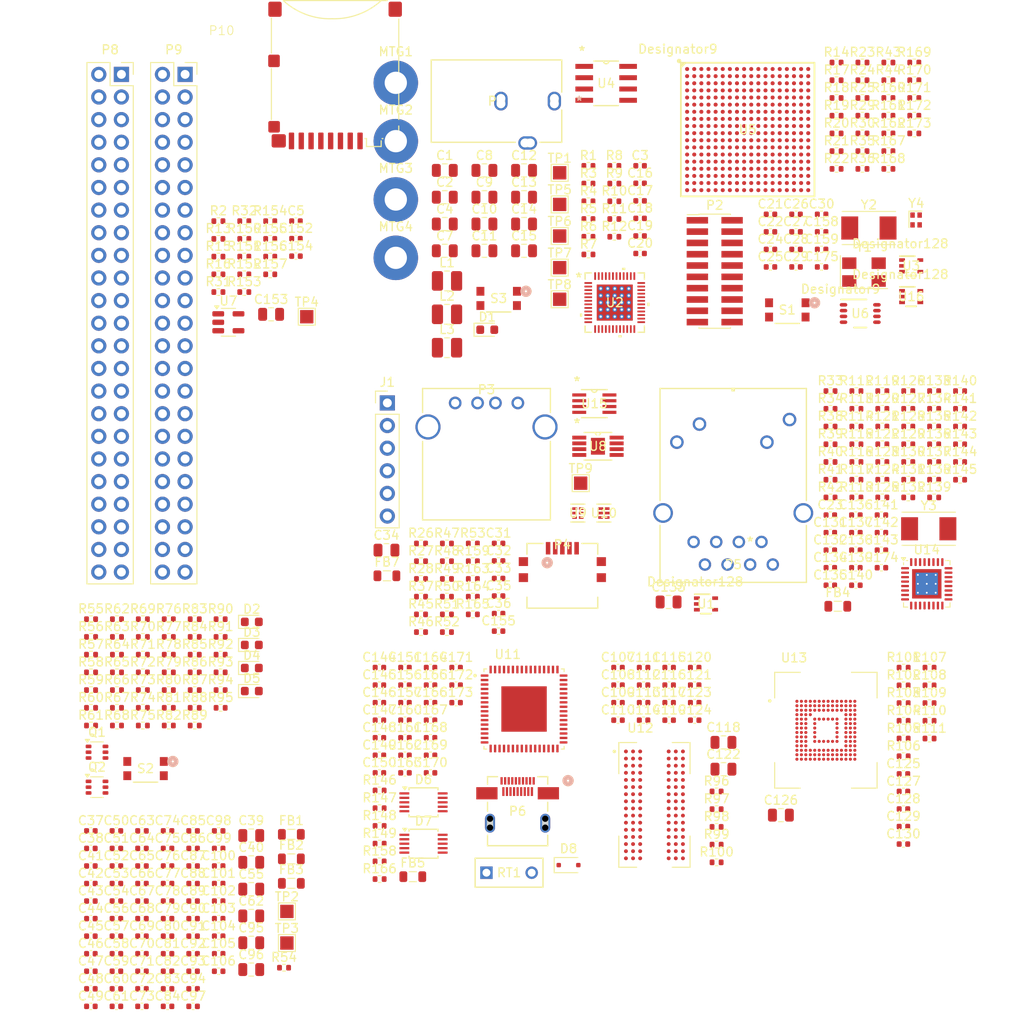
<source format=kicad_pcb>
(kicad_pcb (version 20240108) (generator "pcbnew") (generator_version "8.0")
  (layers (0 "F.Cu" signal) (31 "B.Cu" signal) (34 "B.Paste" user) (35 "F.Paste" user) (36 "B.SilkS" user "B.Silkscreen") (37 "F.SilkS" user "F.Silkscreen") (38 "B.Mask" user) (39 "F.Mask" user) (44 "Edge.Cuts" user))
  (net 0 "")
  (net 1 "GND")
  (net 2 "USB_DC")
  (net 3 "VDD_5V")
  (net 4 "Net-(U2A-INT_LDO)")
  (net 5 "Net-(U2A-BYPASS)")
  (net 6 "/Expansion Headers, uSD and EEPROM/SD_CLK")
  (net 7 "SYS_5V")
  (net 8 "VDDS_DDR")
  (net 9 "VDD_CORE")
  (net 10 "VDD_MPU")
  (net 11 "VDD_1V8")
  (net 12 "VDD_3V3A")
  (net 13 "VRTC")
  (net 14 "VDD_3V3AUX")
  (net 15 "Net-(U4-ADJ{slash}BYP)")
  (net 16 "VDD_3V3B")
  (net 17 "Net-(U5A-RTC_XTALIN)")
  (net 18 "Net-(U5A-VSS_RTC)")
  (net 19 "Net-(U5A-RTC_XTALOUT)")
  (net 20 "SYS_RESETn")
  (net 21 "GND_OSC0")
  (net 22 "Net-(U5A-XTALIN)")
  (net 23 "Net-(U5A-XTALOUT)")
  (net 24 "DDR_VREF")
  (net 25 "GNDA_ADC")
  (net 26 "/CPU2, USB AND Serial/VREFP_ADC")
  (net 27 "Net-(U9-Vbus)")
  (net 28 "VDD_PLL")
  (net 29 "VDDS")
  (net 30 "/CPU3/CAP_VDD_SRAM_CORE")
  (net 31 "/CPU3/CAP_VDD_SRAM_MPU")
  (net 32 "/CPU3/CAP_VBB_MPU")
  (net 33 "VDD_ADC")
  (net 34 "/CPU3/VDD_RTC")
  (net 35 "/eMMC/eMMC_VCCI")
  (net 36 "VDD_PHYA")
  (net 37 "/Ethernet/PHY_VDDCR")
  (net 38 "/Ethernet/RXP")
  (net 39 "/Ethernet/RXN")
  (net 40 "/Ethernet/TXP")
  (net 41 "/Ethernet/TXN")
  (net 42 "/Ethernet/TCT_RCT")
  (net 43 "/Ethernet/PHYX")
  (net 44 "/Ethernet/PHY_XTAL1")
  (net 45 "HDMI_1V8")
  (net 46 "LCD_DATA15")
  (net 47 "LCD_DATA14")
  (net 48 "LCD_DATA13")
  (net 49 "LCD_DATA12")
  (net 50 "LCD_DATA11")
  (net 51 "LCD_DATA10")
  (net 52 "LCD_DATA9")
  (net 53 "LCD_DATA8")
  (net 54 "LCD_DATA7")
  (net 55 "LCD_DATA6")
  (net 56 "LCD_DATA5")
  (net 57 "LCD_DATA4")
  (net 58 "LCD_DATA3")
  (net 59 "LCD_DATA1")
  (net 60 "LCD_DATA2")
  (net 61 "LCD_DATA0")
  (net 62 "/Ethernet/ETH_RESETn")
  (net 63 "MMC1_CLK")
  (net 64 "/Power Management/PWR_LEDR")
  (net 65 "/LED, Configuration And Reset/LEDAA")
  (net 66 "/LED, Configuration And Reset/LEDAC")
  (net 67 "/LED, Configuration And Reset/LEDBA")
  (net 68 "/LED, Configuration And Reset/LEDBC")
  (net 69 "/LED, Configuration And Reset/LEDCA")
  (net 70 "/LED, Configuration And Reset/LEDCC")
  (net 71 "/LED, Configuration And Reset/LEDDA")
  (net 72 "/LED, Configuration And Reset/LEDDC")
  (net 73 "/HDMI Interface/HDMI_TX0-")
  (net 74 "/HDMI Interface/HDMI_TXC-")
  (net 76 "/HDMI Interface/HDMI_TX0+")
  (net 79 "/HDMI Interface/HDMI_TXC+")
  (net 82 "/HDMI Interface/HDMI_TX2-")
  (net 84 "/HDMI Interface/HDMI_TX1+")
  (net 86 "/HDMI Interface/HDMI_TX2+")
  (net 87 "/HDMI Interface/HDMI_TX1-")
  (net 89 "Net-(D8-A)")
  (net 90 "/HDMI Interface/HDMI_CEC")
  (net 91 "/CPU2, USB AND Serial/VBUS")
  (net 92 "/CPU2, USB AND Serial/B_UART0_RX")
  (net 93 "/CPU2, USB AND Serial/B_UART0_TX")
  (net 97 "/Power Management/VDCDC1")
  (net 98 "/Power Management/P_L1")
  (net 99 "/Power Management/P_L2")
  (net 100 "/Power Management/P_L3")
  (net 101 "Earth")
  (net 102 "CLKOUT2")
  (net 103 "/CPU1 And JTAG/JTAG_TMS")
  (net 104 "/CPU1 And JTAG/JTAG_TCK")
  (net 105 "/CPU1 And JTAG/JTAG_EMU1")
  (net 106 "MMC0_CD")
  (net 107 "/CPU1 And JTAG/JTAG_TDI")
  (net 108 "/CPU1 And JTAG/JTAG_EMU0")
  (net 110 "/CPU1 And JTAG/JTAG_TDO")
  (net 111 "/CPU1 And JTAG/JTAG_TRSTn")
  (net 112 "/CPU1 And JTAG/XDMA_EVENT_INTRO")
  (net 113 "/CPU2, USB AND Serial/USB1_DM")
  (net 114 "/CPU2, USB AND Serial/USB1_DP")
  (net 115 "/CPU2, USB AND Serial/USB0_ID")
  (net 116 "/CPU2, USB AND Serial/USB0_DM")
  (net 117 "/CPU2, USB AND Serial/USB0_DP")
  (net 119 "/Ethernet/GRNA")
  (net 120 "/Ethernet/YEL_C")
  (net 121 "/Ethernet/YELA")
  (net 122 "/Ethernet/GRN_C")
  (net 123 "/HDMI Interface/DVI_+5V")
  (net 125 "/HDMI Interface/HDMI_DSCL")
  (net 126 "/HDMI Interface/HDMI_HPD")
  (net 127 "/HDMI Interface/HDMI_DSDA")
  (net 128 "MMC1_CMD")
  (net 129 "EHRPWM2A")
  (net 130 "GPIO2_1")
  (net 131 "TIMER7")
  (net 132 "LCD_HSYNC")
  (net 133 "MMC1_DAT2")
  (net 134 "GPIO1_14")
  (net 135 "MMC1_DAT5")
  (net 136 "TIMER4")
  (net 137 "LCD_DE")
  (net 138 "TIMER5")
  (net 139 "LCD_PCLK")
  (net 140 "TIMER6")
  (net 141 "EHRPWM2B")
  (net 142 "MMC1_DAT3")
  (net 143 "MMC1_DAT1")
  (net 144 "GPIO1_15")
  (net 145 "LCD_VSYNC")
  (net 146 "GPIO1_12")
  (net 147 "MMC1_DAT0")
  (net 148 "MMC1_DAT4")
  (net 149 "GPIO0_26")
  (net 150 "GPIO0_27")
  (net 151 "GPIO1_29")
  (net 152 "MMC1_DAT6")
  (net 153 "MMC1_DAT7")
  (net 154 "GPIO1_13")
  (net 155 "UART1_RXD")
  (net 156 "AIN1")
  (net 157 "I2C2_SCL")
  (net 158 "I2C1_SDA")
  (net 159 "AIN3")
  (net 160 "POWER_BUT")
  (net 161 "UART2_RXD")
  (net 162 "GPIO3_21")
  (net 163 "GPIO3_19")
  (net 164 "I2C1_SCL")
  (net 165 "UART4_RXD")
  (net 166 "AIN6")
  (net 167 "SPI1_SCLK")
  (net 168 "I2C2_SDA")
  (net 169 "AIN2")
  (net 170 "AIN4")
  (net 171 "UART2_TXD")
  (net 172 "AIN0")
  (net 173 "EHRPWM1B")
  (net 174 "EHRPWM1A")
  (net 175 "AIN5")
  (net 176 "GPIO1_17")
  (net 177 "GPIO0_7")
  (net 178 "GPIO1_28")
  (net 179 "UART1_TXD")
  (net 180 "SPI1_D0")
  (net 181 "SPI1_D1")
  (net 182 "SPI1_CS0")
  (net 183 "GPIO1_16")
  (net 184 "UART4_TXD")
  (net 185 "/Expansion Headers, uSD and EEPROM/SD_DAT2")
  (net 186 "/Expansion Headers, uSD and EEPROM/SD_DAT3")
  (net 187 "/Expansion Headers, uSD and EEPROM/SD_DAT0")
  (net 189 "/Expansion Headers, uSD and EEPROM/SD_DAT1")
  (net 190 "/Expansion Headers, uSD and EEPROM/SD_CMD")
  (net 191 "USR0")
  (net 192 "USR1")
  (net 193 "USR2")
  (net 194 "USR3")
  (net 195 "PMIC_INT")
  (net 196 "MMC0_DAT2")
  (net 197 "I2C0_SCL")
  (net 198 "I2C0_SDA")
  (net 199 "/Power Management/VLDO1")
  (net 200 "VIO")
  (net 201 "MMC0_DAT3")
  (net 202 "MMC0_CMD")
  (net 203 "MMC0_CLKO")
  (net 204 "/CPU1 And JTAG/PROC_A15")
  (net 205 "/CPU1 And JTAG/CLKOUT_SRC")
  (net 206 "GPIO3_20")
  (net 207 "Net-(U6-Q)")
  (net 208 "12MHZ")
  (net 209 "/CPU1 And JTAG/DDR_VTP")
  (net 210 "WAKEUP")
  (net 211 "MII1_REFCLK")
  (net 212 "Net-(U5B-RMII1_REF_CLK)")
  (net 213 "MMC0_DAT1")
  (net 214 "MMC0_DAT0")
  (net 215 "ETH_RST_GPIO1_8")
  (net 216 "/CPU1 And JTAG/AM3_MMC1_CLK")
  (net 217 "/CPU1 And JTAG/AM3_MMC2_CMD")
  (net 218 "Net-(U5B-USB1_VBUS)")
  (net 219 "MII1_TXEN")
  (net 220 "/Ethernet/TXEN")
  (net 221 "MII1_TXD0")
  (net 222 "/Ethernet/TXD0")
  (net 223 "MII1_TXD1")
  (net 224 "/Ethernet/TXD1")
  (net 225 "MII1_TXD2")
  (net 226 "/Ethernet/TXD2")
  (net 227 "MII1_TXD3")
  (net 228 "/Ethernet/TXD3")
  (net 229 "/CPU1 And JTAG/AM3_MMC1_DAT0")
  (net 230 "/CPU1 And JTAG/AM3_MMC1_DAT1")
  (net 231 "Net-(U5B-LCD_PCLK)")
  (net 232 "Net-(U5B-LCD_VSYNC)")
  (net 233 "Net-(U5B-LCD_HSYNC)")
  (net 234 "Net-(U5B-LCD_AC_BIAS_EN)")
  (net 235 "Net-(U5B-USB1_ID)")
  (net 236 "Net-(U5B-ECAP0_IN_PWM0_OUT)")
  (net 237 "Net-(U5B-MCASP0_ACLKR)")
  (net 238 "USB1_OCn")
  (net 239 "/CPU2, USB AND Serial/USB1_DRVVBUS")
  (net 240 "/CPU3/ENZ_KALDO_1P8V")
  (net 241 "Net-(R75-Pad2)")
  (net 242 "DDR_CKE")
  (net 243 "DDR_RESETn")
  (net 244 "/DDR3 Memory/ZQ")
  (net 245 "eMMC_RSTn")
  (net 246 "/Ethernet/RXD0{slash}MODE0")
  (net 247 "/Ethernet/MODE2")
  (net 248 "/Ethernet/RXD1{slash}MODE1")
  (net 249 "/Ethernet/RXER{slash}PHYAD0")
  (net 250 "/Ethernet/RXD3{slash}PHYAD2")
  (net 251 "/Ethernet/RXD2{slash}RMIISEL")
  (net 252 "/Ethernet/REFCLKO")
  (net 253 "MDIO_DATA")
  (net 254 "MII1_RXD3")
  (net 255 "MII1_RXD2")
  (net 256 "MII1_RXD1")
  (net 257 "MII1_RXD0")
  (net 258 "/Ethernet/RXDV")
  (net 259 "MII1_RXDV")
  (net 260 "MII1_RXCLK")
  (net 261 "MII1_RXERR")
  (net 262 "MII1_TXCLK")
  (net 263 "/Ethernet/TXCLK")
  (net 264 "ESD_RING")
  (net 265 "MII1_COL")
  (net 266 "/Ethernet/CRS")
  (net 267 "MII1_CRS_DV")
  (net 268 "/Ethernet/RCLKIN")
  (net 269 "/Ethernet/PHY_XTAL2")
  (net 270 "/Ethernet/RBIAS")
  (net 271 "/Ethernet/ETH_TXD4")
  (net 272 "/HDMI Interface/HDMI_SWING")
  (net 273 "Net-(U11-TEST)")
  (net 274 "/Expansion Headers, uSD and EEPROM/WP")
  (net 275 "HDMI_INT")
  (net 276 "Net-(U5B-USB0_VBUS)")
  (net 277 "/CPU1 And JTAG/U5_R13")
  (net 278 "/CPU1 And JTAG/U5_T13")
  (net 279 "Net-(R162-Pad1)")
  (net 280 "/CPU2, USB AND Serial/AIN7")
  (net 281 "Net-(Y4-OUT)")
  (net 282 "/CPU1 And JTAG/AM3_MMC1_DAT2")
  (net 283 "/CPU1 And JTAG/AM3_MMC1_DAT3")
  (net 284 "/CPU1 And JTAG/AM3_MMC1_DAT4")
  (net 285 "/CPU1 And JTAG/AM3_MMC1_DAT5")
  (net 286 "/CPU1 And JTAG/AM3_MMC1_DAT6")
  (net 287 "/CPU1 And JTAG/AM3_MMC1_DAT7")
  (net 288 "/CPU3/VDD_MPUON")
  (net 289 "/CPU3/TESTOUT")
  (net 290 "Net-(TP5-Pad1)")
  (net 291 "Net-(U2A-BAT_SENSE)")
  (net 292 "Net-(U2A-TS)")
  (net 293 "Net-(U5B-UART0_RTS_N)")
  (net 295 "PMIC_POWER_EN")
  (net 302 "PMIC_PGOOD")
  (net 307 "LDO_PGOOD")
  (net 308 "Net-(U5A-GPMC_A4)")
  (net 309 "DDR_BA2")
  (net 310 "DDR_RASn")
  (net 312 "DDR_ODT")
  (net 313 "MDIO_CLK")
  (net 314 "DDR_CSn")
  (net 315 "Net-(U15-2A)")
  (net 316 "DDR_A1")
  (net 317 "DDR_A4")
  (net 318 "DDR_D5")
  (net 319 "DDR_D10")
  (net 320 "DDR_A0")
  (net 321 "DDR_A11")
  (net 322 "DDR_CLKn")
  (net 323 "DDR_A12")
  (net 324 "DDR_D14")
  (net 325 "DDR_D11")
  (net 326 "DDR_A15")
  (net 327 "Net-(U15-1Y)")
  (net 328 "DDR_A10")
  (net 329 "DDR_A6")
  (net 330 "DDR_BA1")
  (net 331 "DDR_BA0")
  (net 332 "DDR_A8")
  (net 333 "DDR_DQM0")
  (net 334 "DDR_CASn")
  (net 335 "DDR_D3")
  (net 336 "DDR_DQSN1")
  (net 337 "DDR_CLK")
  (net 340 "DDR_A13")
  (net 341 "DDR_DQSN0")
  (net 342 "DDR_D7")
  (net 343 "DDR_D1")
  (net 344 "DDR_D8")
  (net 345 "DDR_A9")
  (net 346 "DDR_D15")
  (net 347 "DDR_A5")
  (net 348 "DDR_A3")
  (net 349 "DDR_D12")
  (net 350 "DDR_A2")
  (net 351 "DDR_D9")
  (net 352 "DDR_A7")
  (net 353 "DDR_A14")
  (net 354 "DDR_DQS1")
  (net 355 "DDR_D0")
  (net 357 "DDR_D4")
  (net 358 "DDR_WEn")
  (net 359 "DDR_DQM1")
  (net 360 "DDR_D2")
  (net 361 "DDR_DQS0")
  (net 362 "DDR_D13")
  (net 363 "DDR_D6")
  (net 364 "/CPU1 And JTAG/HDMICLK_DISn")
  (net 365 "/CPU1 And JTAG/12M_LOOP")
  (footprint "TestPoint:TestPoint_Pad_1.5x1.5mm" (layer "F.Cu") (at 130.42 53.68)
    (property "Reference" "TP5")
    (property "Value" "TestPoint")
  )
  (footprint "Capacitor_SMD:C_0402_1005Metric" (layer "F.Cu") (at 86.39 141.75)
    (property "Reference" "C83")
    (property "Value" "100n/16")
  )
  (footprint "Capacitor_SMD:C_0402_1005Metric" (layer "F.Cu") (at 139.84 105.68)
    (property "Reference" "C111")
    (property "Value" "100n/16")
  )
  (footprint "Capacitor_SMD:C_0805_2012Metric" (layer "F.Cu") (at 121.97 52.87)
    (property "Reference" "C9")
    (property "Value" "10u/16n")
  )
  (footprint "footprints:KMR2xxG_CNK" (layer "F.Cu") (at 123.569699 64.235)
    (property "Reference" "S3")
    (property "Value" "SW_MEC_5E")
  )
  (footprint "Capacitor_SMD:C_0402_1005Metric" (layer "F.Cu") (at 77.78 133.87)
    (property "Reference" "C44")
    (property "Value" "100n/16")
  )
  (footprint "Resistor_SMD:R_0402_1005Metric" (layer "F.Cu") (at 89.44 110.2)
    (property "Reference" "R88")
    (property "Value" "100K/1%")
  )
  (footprint "Resistor_SMD:R_0402_1005Metric" (layer "F.Cu") (at 77.8 110.2)
    (property "Reference" "R60")
    (property "Value" "100K/1%")
  )
  (footprint "Resistor_SMD:R_0402_1005Metric" (layer "F.Cu") (at 95.01 57.55)
    (property "Reference" "R150")
    (property "Value" "10k")
  )
  (footprint "Capacitor_SMD:C_0402_1005Metric" (layer "F.Cu") (at 115.92 105.68)
    (property "Reference" "C164")
    (property "Value" "47p/50")
  )
  (footprint "TestPoint:TestPoint_Pad_1.5x1.5mm" (layer "F.Cu") (at 99.79 133.06)
    (property "Reference" "TP2")
    (property "Value" "TestPoint")
  )
  (footprint "Resistor_SMD:R_0402_1005Metric" (layer "F.Cu") (at 163.74 76.63)
    (property "Reference" "R113")
    (property "Value" "1k5/1%")
  )
  (footprint "MountingHole:MountingHole_2.5mm_Pad_TopBottom" (layer "F.Cu") (at 112.02 59.68)
    (property "Reference" "MTG4")
    (property "Value" "MHOLE")
  )
  (footprint "Resistor_SMD:R_0402_1005Metric" (layer "F.Cu") (at 175.38 74.64)
    (property "Reference" "R140")
    (property "Value" "0R")
  )
  (footprint "Capacitor_SMD:C_0402_1005Metric" (layer "F.Cu") (at 139.84 107.65)
    (property "Reference" "C112")
    (property "Value" "100n/16")
  )
  (footprint "Capacitor_SMD:C_0402_1005Metric" (layer "F.Cu") (at 86.39 143.72)
    (property "Reference" "C84")
    (property "Value" "100n/16")
  )
  (footprint "Resistor_SMD:R_0402_1005Metric" (layer "F.Cu") (at 120.67 93.74)
    (property "Reference" "R159")
    (property "Value" "0R")
  )
  (footprint "Resistor_SMD:R_0402_1005Metric" (layer "F.Cu") (at 97.92 61.53)
    (property "Reference" "R157")
    (property "Value" "10k")
  )
  (footprint "Capacitor_SMD:C_0402_1005Metric" (layer "F.Cu") (at 83.52 135.84)
    (property "Reference" "C69")
    (property "Value" "100n/16")
  )
  (footprint "Resistor_SMD:R_0402_1005Metric" (layer "F.Cu") (at 172.47 86.58)
    (property "Reference" "R139")
    (property "Value" "100R/1%")
  )
  (footprint "Capacitor_SMD:C_0402_1005Metric" (layer "F.Cu") (at 169.02 123.53)
    (property "Reference" "C129")
    (property "Value" "100n/16")
  )
  (footprint "Capacitor_SMD:C_0402_1005Metric" (layer "F.Cu") (at 169.02 121.56)
    (property "Reference" "C128")
    (property "Value" "100n/16")
  )
  (footprint "Capacitor_SMD:C_0402_1005Metric" (layer "F.Cu") (at 77.78 141.75)
    (property "Reference" "C48")
    (property "Value" "100n/16")
  )
  (footprint "LED_SMD:LED_0603_1608Metric" (layer "F.Cu") (at 95.85 103.14)
    (property "Reference" "D3")
    (property "Value" "19-217/BHC-ZL1M2RY/3T")
  )
  (footprint "Capacitor_SMD:C_0402_1005Metric" (layer "F.Cu") (at 110.18 111.59)
    (property "Reference" "C147")
    (property "Value" "2.2u/10")
  )
  (footprint "Connector_PinHeader_2.54mm:PinHeader_1x06_P2.54mm_Vertical" (layer "F.Cu") (at 111.07 75.97)
    (property "Reference" "J1")
    (property "Value" "Header 1x6Pin 2.54MM")
  )
  (footprint "Capacitor_SMD:C_0805_2012Metric" (layer "F.Cu") (at 95.79 130.56)
    (property "Reference" "C55")
    (property "Value" "10u/16")
  )
  (footprint "Capacitor_SMD:C_0402_1005Metric" (layer "F.Cu") (at 156.96 58.73)
    (property "Reference" "C28")
    (property "Value" "100n/16")
  )
  (footprint "Resistor_SMD:R_0402_1005Metric" (layer "F.Cu") (at 166.65 80.61)
    (property "Reference" "R122")
    (property "Value" "49.9R/1%")
  )
  (footprint "Resistor_SMD:R_0402_1005Metric" (layer "F.Cu") (at 160.83 78.62)
    (property "Reference" "R38")
    (property "Value" "100R/1%")
  )
  (footprint "Resistor_SMD:R_0402_1005Metric" (layer "F.Cu") (at 92.1 57.55)
    (property "Reference" "R13")
    (property "Value" "33R")
  )
  (footprint "Capacitor_SMD:C_0402_1005Metric" (layer "F.Cu") (at 159.83 60.7)
    (property "Reference" "C175")
    (property "Value" "10p/50")
  )
  (footprint "Capacitor_SMD:C_0402_1005Metric" (layer "F.Cu") (at 86.39 127.96)
    (property "Reference" "C76")
    (property "Value" "100n/16")
  )
  (footprint "footprints:PJ-102A_CUD" (layer "F.Cu") (at 129.825201 42.081)
    (property "Reference" "P1")
    (property "Value" "conn_power_in")
    (fp_line (start -6.000001 0.3048) (end -6.000001 -0.3048) (stroke (width 0.9906)) (layer "Edge.Cuts"))
    (fp_line (start -3.304799 4.700001) (end -2.695199 4.700001) (stroke (width 0.9906)) (layer "Edge.Cuts"))
    (fp_line (start 0 0.3048) (end 0 -0.3048) (stroke (width 0.9906)) (layer "Edge.Cuts"))
  )
  (footprint "Capacitor_SMD:C_0402_1005Metric" (layer "F.Cu") (at 100.81 59.49)
    (property "Reference" "C154")
    (property "Value" "100n/16")
  )
  (footprint "Resistor_SMD:R_0402_1005Metric" (layer "F.Cu") (at 163.74 78.62)
    (property "Reference" "R114")
    (property "Value" "1k5/1%")
  )
  (footprint "Capacitor_SMD:C_0805_2012Metric" (layer "F.Cu") (at 95.79 124.54)
    (property "Reference" "C39")
    (property "Value" "10u/16")
  )
  (footprint "Capacitor_SMD:C_0805_2012Metric" (layer "F.Cu") (at 121.97 49.86)
    (property "Reference" "C8")
    (property "Value" "10u/16")
  )
  (footprint "Capacitor_SMD:C_0402_1005Metric" (layer "F.Cu") (at 123.56 99.62)
    (property "Reference" "C36")
    (property "Value" "100n/16")
  )
  (footprint "Capacitor_SMD:C_0402_1005Metric" (layer "F.Cu") (at 89.26 143.72)
    (property "Reference" "C97")
    (property "Value" "100n/16")
  )
  (footprint "Capacitor_SMD:C_0402_1005Metric" (layer "F.Cu") (at 139.45 59.19)
    (property "Reference" "C20")
    (property "Value" "100n/16")
  )
  (footprint "Capacitor_SMD:C_0402_1005Metric" (layer "F.Cu") (at 80.65 139.78)
    (property "Reference" "C59")
    (property "Value" "100n/16")
  )
  (footprint "Resistor_SMD:R_0402_1005Metric" (layer "F.Cu") (at 167.33 41.73)
    (property "Reference" "R160")
    (property "Value" "0R")
  )
  (footprint "Resistor_SMD:R_0402_1005Metric" (layer "F.Cu") (at 136.56 51.34)
    (property "Reference" "R9")
    (property "Value" "0R")
  )
  (footprint "Resistor_SMD:R_0402_1005Metric" (layer "F.Cu") (at 163.74 84.59)
    (property "Reference" "R117")
    (property "Value" "10k/1%")
  )
  (footprint "LED_SMD:LED_0603_1608Metric" (layer "F.Cu") (at 122.29 67.75)
    (property "Reference" "D1")
    (property "Value" "LED")
  )
  (footprint "Resistor_SMD:R_0402_1005Metric" (layer "F.Cu") (at 80.71 102.24)
    (property "Reference" "R63")
    (property "Value" "100K/1%")
  )
  (footprint "TestPoint:TestPoint_Pad_1.5x1.5mm" (layer "F.Cu") (at 99.79 136.61)
    (property "Reference" "TP3")
    (property "Value" "TestPoint")
  )
  (footprint "Connector_PinSocket_2.54mm:PinSocket_2x23_P2.54mm_Vertical" (layer "F.Cu") (at 81.21 39.08)
    (property "Reference" "P8")
    (property "Value" "Female Header 2x23Pin 2.54MM")
  )
  (footprint "Capacitor_SMD:C_0402_1005Metric" (layer "F.Cu") (at 89.26 137.81)
    (property "Reference" "C92")
    (property "Value" "100n/16")
  )
  (footprint "Resistor_SMD:R_0402_1005Metric" (layer "F.Cu") (at 163.74 86.58)
    (property "Reference" "R118")
    (property "Value" "10k/1%")
  )
  (footprint "Resistor_SMD:R_0402_1005Metric" (layer "F.Cu") (at 92.1 61.53)
    (property "Reference" "R16")
    (property "Value" "33R")
  )
  (footprint "Capacitor_SMD:C_0402_1005Metric" (layer "F.Cu") (at 123.56 95.68)
    (property "Reference" "C33")
    (property "Value" "100n/16")
  )
  (footprint "Resistor_SMD:R_0402_1005Metric" (layer "F.Cu") (at 166.65 76.63)
    (property "Reference" "R120")
    (property "Value" "49.9R/1%")
  )
  (footprint "Resistor_SMD:R_0402_1005Metric" (layer "F.Cu") (at 92.35 100.25)
    (property "Reference" "R90")
    (property "Value" "100K/1%")
  )
  (footprint "Capacitor_SMD:C_0402_1005Metric" (layer "F.Cu") (at 139.45 53.28)
    (property "Reference" "C17")
    (property "Value" "2.2u/16")
  )
  (footprint "Resistor_SMD:R_0402_1005Metric" (layer "F.Cu") (at 161.51 43.72)
    (property "Reference" "R19")
    (property "Value" "0R")
  )
  (footprint "Capacitor_SMD:C_0402_1005Metric" (layer "F.Cu") (at 89.26 135.84)
    (property "Reference" "C91")
    (property "Value" "1u/10")
  )
  (footprint "Inductor_SMD:L_0805_2012Metric" (layer "F.Cu") (at 161.65 98.8)
    (property "Reference" "FB4")
    (property "Value" "150R/100mA")
  )
  (footprint "Capacitor_SMD:C_0402_1005Metric" (layer "F.Cu") (at 92.13 127.96)
    (property "Reference" "C100")
    (property "Value" "100n/16")
  )
  (footprint "Capacitor_SMD:C_0805_2012Metric" (layer "F.Cu") (at 117.52 49.86)
    (property "Reference" "C1")
    (property "Value" "10u/16")
  )
  (footprint "Capacitor_SMD:C_0402_1005Metric" (layer "F.Cu") (at 80.65 124.02)
    (property "Reference" "C50")
    (property "Value" "100n/16")
  )
  (footprint "Capacitor_SMD:C_0402_1005Metric" (layer "F.Cu") (at 110.18 109.62)
    (property "Reference" "C146")
    (property "Value" "2.2u/10")
  )
  (footprint "Resistor_SMD:R_0402_1005Metric" (layer "F.Cu") (at 136.56 53.33)
    (property "Reference" "R10")
    (property "Value" "470K/1%")
  )
  (footprint "footprints:CONN4_87520-0010_FCI" (layer "F.Cu") (at 118.571 75.865809)
    (property "Reference" "P3")
    (property "Value" "UB11123-4H9-4F")
  )
  (footprint "Resistor_SMD:R_0402_1005Metric" (layer "F.Cu") (at 160.83 76.63)
    (property "Reference" "R34")
    (property "Value" "10k/1%")
  )
  (footprint "Resistor_SMD:R_0402_1005Metric" (layer "F.Cu") (at 83.62 110.2)
    (property "Reference" "R74")
    (property "Value" "2k2/5%")
  )
  (footprint "Resistor_SMD:R_0402_1005Metric" (layer "F.Cu") (at 172.47 76.63)
    (property "Reference" "R134")
    (property "Value" "100R/1%")
  )
  (footprint "Capacitor_SMD:C_0402_1005Metric" (layer "F.Cu") (at 113.05 105.68)
    (property "Reference" "C151")
    (property "Value" "2.2u/10")
  )
  (footprint "Resistor_SMD:R_0402_1005Metric" (layer "F.Cu") (at 169.56 82.6)
    (property "Reference" "R130")
    (property "Value" "470R")
  )
  (footprint "Resistor_SMD:R_0402_1005Metric" (layer "F.Cu") (at 97.92 55.56)
    (property "Reference" "R154")
    (property "Value" "10k")
  )
  (footprint "Capacitor_SMD:C_0402_1005Metric" (layer "F.Cu") (at 100.81 55.55)
    (property "Reference" "C5")
    (property "Value" "10p/50")
  )
  (footprint "Capacitor_SMD:C_0805_2012Metric" (layer "F.Cu") (at 117.52 58.89)
    (property "Reference" "C7")
    (property "Value" "10u/16")
  )
  (footprint "Resistor_SMD:R_0402_1005Metric" (layer "F.Cu") (at 117.76 95.73)
    (property "Reference" "R49")
    (property "Value" "0R")
  )
  (footprint "Resistor_SMD:R_0402_1005Metric" (layer "F.Cu") (at 117.76 99.71)
    (property "Reference" "R51")
    (property "Value" "0R")
  )
  (footprint "Capacitor_SMD:C_0402_1005Metric" (layer "F.Cu") (at 163.68 92.5)
    (property "Reference" "C138")
    (property "Value" "10p/50")
  )
  (footprint "TestPoint:TestPoint_Pad_1.5x1.5mm" (layer "F.Cu") (at 130.42 57.23)
    (property "Reference" "TP6")
    (property "Value" "TestPoint")
  )
  (footprint "Capacitor_SMD:C_0402_1005Metric" (layer "F.Cu") (at 86.39 131.9)
    (property "Reference" "C78")
    (property "Value" "100n/16")
  )
  (footprint "Capacitor_SMD:C_0402_1005Metric" (layer "F.Cu") (at 113.05 113.56)
    (property "Reference" "C161")
    (property "Value" "47p/50")
  )
  (footprint "LED_SMD:LED_0603_1608Metric" (layer "F.Cu") (at 95.85 100.55)
    (property "Reference" "D2")
    (property "Value" "19-217/BHC-ZL1M2RY/3T")
  )
  (footprint "Capacitor_SMD:C_0402_1005Metric" (layer "F.Cu") (at 123.56 101.59)
    (property "Reference" "C155")
    (property "Value" "100n/16")
  )
  (footprint "Resistor_SMD:R_0402_1005Metric" (layer "F.Cu") (at 161.51 47.7)
    (property "Reference" "R21")
    (property "Value" "33R")
  )
  (footprint "Capacitor_SMD:C_0402_1005Metric" (layer "F.Cu") (at 160.81 94.47)
    (property "Reference" "C134")
    (property "Value" "1u/16")
  )
  (footprint "Resistor_SMD:R_0402_1005Metric" (layer "F.Cu") (at 133.65 59.3)
    (property "Reference" "R7")
    (property "Value" "0R")
  )
  (footprint "Resistor_SMD:R_0402_1005Metric" (layer "F.Cu") (at 120.67 97.72)
    (property "Reference" "R164")
    (property "Value" "4k7/1%")
  )
  (footprint "Resistor_SMD:R_0402_1005Metric" (layer "F.Cu") (at 133.65 57.31)
    (property "Reference" "R6")
    (property "Value" "0R")
  )
  (footprint "Resistor_SMD:R_0402_1005Metric" (layer "F.Cu") (at 92.1 59.54)
    (property "Reference" "R15")
    (property "Value" "33R")
  )
  (footprint "Resistor_SMD:R_0402_1005Metric" (layer "F.Cu") (at 86.53 102.24)
    (property "Reference" "R77")
    (property "Value" "100k")
  )
  (footprint "Resistor_SMD:R_0402_1005Metric" (layer "F.Cu") (at 148.04 125.56)
    (property "Reference" "R99")
    (property "Value" "240R/1%")
  )
  (footprint "Resistor_SMD:R_0402_1005Metric" (layer "F.Cu") (at 171.95 111.66)
    (property "Reference" "R110")
    (property "Value" "10K/1%")
  )
  (footprint "Capacitor_SMD:C_0402_1005Metric" (layer "F.Cu") (at 160.81 96.44)
    (property "Reference" "C135")
    (property "Value" "100n/16")
  )
  (footprint "Capacitor_SMD:C_0402_1005Metric" (layer "F.Cu") (at 156.96 56.76)
    (property "Reference" "C27")
    (property "Value" "100n/16")
  )
  (footprint "Capacitor_SMD:C_0402_1005Metric" (layer "F.Cu") (at 160.81 92.5)
    (property "Reference" "C132")
    (property "Value" "100n/16")
  )
  (footprint "Capacitor_SMD:C_0805_2012Metric" (layer "F.Cu") (at 95.79 139.59)
    (property "Reference" "C96")
    (property "Value" "10u/16")
  )
  (footprint "Resistor_SMD:R_0402_1005Metric" (layer "F.Cu") (at 83.62 108.21)
    (property "Reference" "R73")
    (property "Value" "2k2/5%")
  )
  (footprint "Resistor_SMD:R_0402_1005Metric" (layer "F.Cu") (at 117.76 101.7)
    (property "Reference" "R52")
    (property "Value" "10K/1%")
  )
  (footprint "Capacitor_SMD:C_0402_1005Metric" (layer "F.Cu") (at 123.56 91.74)
    (property "Reference" "C31")
    (property "Value" "100n/16")
  )
  (footprint "Resistor_SMD:R_0402_1005Metric" (layer "F.Cu") (at 160.83 86.58)
    (property "Reference" "R42")
    (property "Value" "100R/1%")
  )
  (footprint "TestPoint:TestPoint_Pad_1.5x1.5mm" (layer "F.Cu") (at 130.42 50.13)
    (property "Reference" "TP1")
    (property "Value" "TestPoint")
  )
  (footprint "Resistor_SMD:R_0402_1005Metric" (layer "F.Cu") (at 163.74 80.61)
    (property "Reference" "R115")
    (property "Value" "10k/1%")
  )
  (footprint "Resistor_SMD:R_0402_1005Metric" (layer "F.Cu") (at 92.35 108.21)
    (property "Reference" "R94")
    (property "Value" "100K/1%")
  )
  (footprint "Resistor_SMD:R_0402_1005Metric" (layer "F.Cu") (at 77.8 106.22)
    (property "Reference" "R58")
    (property "Value" "100K/1%")
  )
  (footprint "Capacitor_SMD:C_0402_1005Metric" (layer "F.Cu") (at 169.02 119.59)
    (property "Reference" "C127")
    (property "Value" "100n/16")
  )
  (footprint "Resistor_SMD:R_0402_1005Metric" (layer "F.Cu") (at 89.44 102.24)
    (property "Reference" "R84")
    (property "Value" "100K/1%")
  )
  (footprint "Capacitor_SMD:C_0402_1005Metric" (layer "F.Cu") (at 145.58 105.68)
    (property "Reference" "C120")
    (property "Value" "100n/16")
  )
  (footprint "Resistor_SMD:R_0402_1005Metric" (layer "F.Cu") (at 80.71 104.23)
    (property "Reference" "R64")
    (property "Value" "100K/1%")
  )
  (footprint "Inductor_SMD:L_0805_2012Metric" (layer "F.Cu") (at 100.29 127.16)
    (property "Reference" "FB2")
    (property "Value" "150R,800mA")
  )
  (footprint "Resistor_SMD:R_0402_1005Metric" (layer "F.Cu") (at 166.65 74.64)
    (property "Reference" "R119")
    (property "Value" "1.5k/1%")
  )
  (footprint "Capacitor_SMD:C_0402_1005Metric" (layer "F.Cu") (at 118.79 105.68)
    (property "Reference" "C171")
    (property "Value" "47p/50")
  )
  (footprint "Capacitor_SMD:C_0402_1005Metric" (layer "F.Cu") (at 83.52 139.78)
    (property "Reference" "C71")
    (property "Value" "100n/16")
  )
  (footprint "Package_DFN_QFN:QFN-32-1EP_5x5mm_P0.5mm_EP3.3x3.3mm_ThermalVias" (layer "F.Cu") (at 171.64 96.28)
    (property "Reference" "U14")
    (property "Value" "LAN8710A")
  )
  (footprint "footprints:DCK0005A_L" (layer "F.Cu") (at 146.850002 98.54)
    (property "Reference" "U1")
    (property "Value" "SN74AHC1G09DCKR")
  )
  (footprint "Resistor_SMD:R_0402_1005Metric" (layer "F.Cu") (at 169.56 74.64)
    (property "Reference" "R126")
    (property "Value" "100R/1%")
  )
  (footprint "Capacitor_SMD:C_0402_1005Metric" (layer "F.Cu") (at 166.55 88.56)
    (property "Reference" "C141")
    (property "Value" "22n/50")
  )
  (footprint "Resistor_SMD:R_0402_1005Metric" (layer "F.Cu") (at 80.71 110.2)
    (property "Reference" "R67")
    (property "Value" "100K/1%")
  )
  (footprint "Capacitor_SMD:C_0402_1005Metric" (layer "F.Cu") (at 142.71 107.65)
    (property "Reference" "C116")
    (property "Value" "100n/16")
  )
  (footprint "footprints:DCT0008A_L" (layer "F.Cu") (at 164.164999 65.929999)
    (property "Reference" "U6")
    (property "Value" "SN74LVC1G74DCTR")
  )
  (footprint "Resistor_SMD:R_0402_1005Metric" (layer "F.Cu") (at 164.42 45.71)
    (property "Reference" "R30")
    (property "Value" "0R")
  )
  (footprint "Capacitor_SMD:C_0402_1005Metric" (layer "F.Cu") (at 80.65 143.72)
    (property "Reference" "C61")
    (property "Value" "100n/16")
  )
  (footprint "Capacitor_SMD:C_0805_2012Metric" (layer "F.Cu") (at 142.65 98.32)
    (property "Reference" "C133")
    (property "Value" "10u/16")
  )
  (footprint "Resistor_SMD:R_0402_1005Metric" (layer "F.Cu") (at 92.35 106.22)
    (property "Reference" "R93")
    (property "Value" "100K/1%")
  )
  (footprint "Capacitor_SMD:C_0402_1005Metric" (layer "F.Cu") (at 100.81 57.52)
    (property "Reference" "C152")
    (property "Value" "100n/16")
  )
  (footprint "Capacitor_SMD:C_0805_2012Metric" (layer "F.Cu") (at 95.79 136.58)
    (property "Reference" "C95")
    (property "Value" "10u/16")
  )
  (footprint "Capacitor_SMD:C_0402_1005Metric" (layer "F.Cu") (at 115.92 109.62)
    (property "Reference" "C166")
    (property "Value" "47p/50")
  )
  (footprint "Resistor_SMD:R_0402_1005Metric" (layer "F.Cu") (at 120.67 91.75)
    (property "Reference" "R53")
    (property "Value" "10k")
  )
  (footprint "Inductor_SMD:L_0805_2012Metric" (layer "F.Cu") (at 111.02 95.38)
    (property "Reference" "FB7")
    (property "Value" "FerriteBead")
  )
  (footprint "Capacitor_SMD:C_0402_1005Metric" (layer "F.Cu") (at 77.78 139.78)
    (property "Reference" "C47")
    (property "Value" "100n/16")
  )
  (footprint "Resistor_SMD:R_0402_1005Metric" (layer "F.Cu") (at 169.04 115.64)
    (property "Reference" "R106")
    (property "Value" "10K/1%")
  )
  (footprint "Capacitor_SMD:C_0402_1005Metric" (layer "F.Cu") (at 89.26 124.02)
    (property "Reference" "C85")
    (property "Value" "100n/16")
  )
  (footprint "Capacitor_SMD:C_0402_1005Metric" (layer "F.Cu") (at 113.05 115.53)
    (property "Reference" "C162")
    (property "Value" "47p/50")
  )
  (footprint "Capacitor_SMD:C_0402_1005Metric" (layer "F.Cu") (at 86.39 133.87)
    (property "Reference" "C79")
    (property "Value" "100n/16")
  )
  (footprint "Capacitor_SMD:C_0402_1005Metric" (layer "F.Cu") (at 92.13 125.99)
    (property "Reference" "C99")
    (property "Value" "100n/16")
  )
  (footprint "Capacitor_SMD:C_0402_1005Metric" (layer "F.Cu") (at 118.79 109.62)
    (property "Reference" "C173")
    (property "Value" "47p/50")
  )
  (footprint "Resistor_SMD:R_0402_1005Metric" (layer "F.Cu") (at 77.8 112.19)
    (property "Reference" "R61")
    (property "Value" "100K/1%")
  )
  (footprint "Resistor_SMD:R_0402_1005Metric" (layer "F.Cu") (at 167.33 45.71)
    (property "Reference" "R162")
    (property "Value" "0R")
  )
  (footprint "Resistor_SMD:R_0402_1005Metric" (layer "F.Cu") (at 171.95 113.65)
    (property "Reference" "R111")
    (property "Value" "10K/1%")
  )
  (footprint "Capacitor_SMD:C_0402_1005Metric" (layer "F.Cu") (at 89.26 133.87)
    (property "Reference" "C90")
    (property "Value" "1u/10")
  )
  (footprint "Capacitor_SMD:C_0402_1005Metric" (layer "F.Cu") (at 80.65 125.99)
    (property "Reference" "C51")
    (property "Value" "100n/16")
  )
  (footprint "Capacitor_SMD:C_0402_1005Metric" (layer "F.Cu") (at 139.45 49.34)
    (property "Reference" "C3")
    (property "Value" "100n/16n")
  )
  (footprint "Capacitor_SMD:C_0402_1005Metric" (layer "F.Cu") (at 110.18 117.5)
    (property "Reference" "C150")
    (property "Value" "2.2u/10")
  )
  (footprint "Capacitor_SMD:C_0402_1005Metric" (layer "F.Cu") (at 159.83 54.79)
    (property "Reference" "C30")
    (property "Value" "100n/16")
  )
  (footprint "Capacitor_SMD:C_0402_1005Metric" (layer "F.Cu") (at 110.18 113.56)
    (property "Reference" "C148")
    (property "Value" "2.2u/10")
  )
  (footprint "Resistor_SMD:R_0402_1005Metric" (layer "F.Cu") (at 133.65 49.35)
    (property "Reference" "R1")
    (property "Value" "100k/1%")
  )
  (footprint "Resistor_SMD:R_0402_1005Metric" (layer "F.Cu") (at 83.62 100.25)
    (property "Reference" "R69")
    (property "Value" "100K/1%")
  )
  (footprint "Resistor_SMD:R_0402_1005Metric" (layer "F.Cu") (at 86.53 112.19)
    (property "Reference" "R82")
    (property "Value" "100K/1%")
  )
  (footprint "Capacitor_SMD:C_0402_1005Metric" (layer "F.Cu") (at 77.78 127.96)
    (property "Reference" "C41")
    (property "Value" "100n/16")
  )
  (footprint "Resistor_SMD:R_0402_1005Metric" (layer "F.Cu") (at 175.38 82.6)
    (property "Reference" "R144")
    (property "Value" "12k1/1%")
  )
  (footprint "Capacitor_SMD:C_0402_1005Metric" (layer "F.Cu") (at 160.81 90.53)
    (property "Reference" "C131")
    (property "Value" "100n/16")
  )
  (footprint "Inductor_SMD:L_0805_2012Metric" (layer "F.Cu") (at 100.29 124.41)
    (property "Reference" "FB1")
    (property "Value" "150R,800mA")
  )
  (footprint "Capacitor_SMD:C_0402_1005Metric" (layer "F.Cu") (at 83.52 129.93)
    (property "Reference" "C66")
    (property "Value" "100n/16")
  )
  (footprint "Capacitor_SMD:C_0402_1005Metric" (layer "F.Cu") (at 80.65 131.9)
    (property "Reference" "C54")
    (property "Value" "100n/16")
  )
  (footprint "Package_SO:TSSOP-10_3x3mm_P0.5mm" (layer "F.Cu") (at 115.13 125.46)
    (property "Reference" "D7")
    (property "Value" "TPD4S009DGSR")
  )
  (footprint "Capacitor_SMD:C_0805_2012Metric" (layer "F.Cu") (at 126.42 58.89)
    (property "Reference" "C15")
    (property "Value" "10u/16n")
  )
  (footprint "Resistor_SMD:R_0402_1005Metric" (layer "F.Cu") (at 169.04 109.67)
    (property "Reference" "R103")
    (property "Value" "10K/1%")
  )
  (footprint "LED_SMD:LED_0603_1608Metric" (layer "F.Cu") (at 95.85 105.73)
    (property "Reference" "D4")
    (property "Value" "19-217/BHC-ZL1M2RY/3T")
  )
  (footprint "Capacitor_SMD:C_0402_1005Metric" (layer "F.Cu") (at 89.26 129.93)
    (property "Reference" "C88")
    (property "Value" "100n/16")
  )
  (footprint "Capacitor_SMD:C_0402_1005Metric" (layer "F.Cu") (at 89.26 125.99)
    (property "Reference" "C86")
    (property "Value" "100n/16")
  )
  (footprint "Capacitor_SMD:C_0402_1005Metric" (layer "F.Cu") (at 80.65 135.84)
    (property "Reference" "C57")
    (property "Value" "100n/16")
  )
  (footprint "footprints:LPJ0011BBNL_LPP" (layer "F.Cu") (at 154.349899 94.115198)
    (property "Reference" "P5")
    (property "Value" "LPJ0011BBNL")
  )
  (footprint "Resistor_SMD:R_0402_1005Metric" (layer "F.Cu") (at 164.42 47.7)
    (property "Reference" "R35")
    (property "Value" "33R")
  )
  (footprint "Capacitor_SMD:C_0402_1005Metric" (layer "F.Cu") (at 77.78 124.02)
    (property "Reference" "C37")
    (property "Value" "100n/16")
  )
  (footprint "Capacitor_SMD:C_0402_1005Metric" (layer "F.Cu") (at 123.56 93.71)
    (property "Reference" "C32")
    (property "Value" "1n/50")
  )
  (footprint "Capacitor_SMD:C_0402_1005Metric" (layer "F.Cu") (at 136.97 109.62)
    (property "Reference" "C109")
    (property "Value" "100n/16")
  )
  (footprint "Capacitor_SMD:C_0402_1005Metric" (layer "F.Cu") (at 163.68 90.53)
    (property "Reference" "C137")
    (property "Value" "10p/50")
  )
  (footprint "Capacitor_SMD:C_0402_1005Metric" (layer "F.Cu") (at 136.97 107.65)
    (property "Reference" "C108")
    (property "Value" "100n/16")
  )
  (footprint "Capacitor_SMD:C_0402_1005Metric" (layer "F.Cu") (at 142.71 111.59)
    (property "Reference" "C119")
    (property "Value" "100n/16")
  )
  (footprint "Capacitor_SMD:C_0402_1005Metric" (layer "F.Cu") (at 156.96 54.79)
    (property "Reference" "C26")
    (property "Value" "18p/50")
  )
  (footprint "footprints:DCT8" (layer "F.Cu") (at 134.3117 76.05)
    (property "Reference" "U15")
    (property "Value" "74LVC2G241DCUTG4")
  )
  (footprint "Resistor_SMD:R_0402_1005Metric" (layer "F.Cu") (at 175.38 76.63)
    (property "Reference" "R141")
    (property "Value" "1M/1%")
  )
  (footprint "Capacitor_SMD:C_0402_1005Metric" (layer "F.Cu") (at 145.58 109.62)
    (property "Reference" "C123")
    (property "Value" "1n/50")
  )
  (footprint "Resistor_SMD:R_0402_1005Metric" (layer "F.Cu") (at 97.92 57.55)
    (property "Reference" "R155")
    (property "Value" "10k")
  )
  (footprint "Resistor_SMD:R_0402_1005Metric" (layer "F.Cu") (at 136.56 57.31)
    (property "Reference" "R12")
    (property "Value" "470R/5%")
  )
  (footprint "Capacitor_SMD:C_0402_1005Metric" (layer "F.Cu") (at 86.39 124.02)
    (property "Reference" "C74")
    (property "Value" "100n/16")
  )
  (footprint "Crystal:Crystal_SMD_5032-4Pin_5.0x3.2mm" (layer "F.Cu") (at 164.59 61.28)
    (property "Reference" "Y1")
    (property "Value" "32.768K/12.5p")
  )
  (footprint "Capacitor_SMD:C_0402_1005Metric" (layer "F.Cu") (at 154.09 56.76)
    (property "Reference" "C22")
    (property "Value" "18p/50")
  )
  (footprint "Capacitor_SMD:C_0805_2012Metric" (layer "F.Cu") (at 148.81 117.09)
    (property "Reference" "C122")
    (property "Value" "10u/16")
  )
  (footprint "Capacitor_SMD:C_0805_2012Metric" (layer "F.Cu") (at 95.79 133.57)
    (property "Reference" "C62")
    (property "Value" "10u/16")
  )
  (footprint "Capacitor_SMD:C_0805_2012Metric" (layer "F.Cu") (at 126.42 49.86)
    (property "Reference" "C12")
    (property "Value" "10u/16n")
  )
  (footprint "Resistor_SMD:R_0402_1005Metric" (layer "F.Cu") (at 160.83 80.61)
    (property "Reference" "R39")
    (property "Value" "100R/1%")
  )
  (footprint "footprints:ZCZ0324A" (layer "F.Cu") (at 151.529999 45.279999)
    (property "Reference" "U5")
    (property "Value" "AM3352BZCZ100")
  )
  (footprint "Capacitor_SMD:C_0402_1005Metric" (layer "F.Cu") (at 142.71 105.68)
    (property "Reference" "C115")
    (property "Value" "100n/16")
  )
  (footprint "Resistor_SMD:R_0402_1005Metric" (layer "F.Cu") (at 133.65 51.34)
    (property "Reference" "R3")
    (property "Value" "1k5/1%")
  )
  (footprint "Capacitor_SMD:C_0402_1005Metric" (layer "F.Cu") (at 110.18 107.65)
    (property "Reference" "C145")
    (property "Value" "2.2u/10")
  )
  (footprint "Capacitor_SMD:C_0402_1005Metric" (layer "F.Cu") (at 89.26 139.78)
    (property "Reference" "C93")
    (property "Value" "100n/16")
  )
  (footprint "Resistor_SMD:R_0402_1005Metric" (layer "F.Cu") (at 148.04 121.58)
    (property "Reference" "R97")
    (property "Value" "1k5/1%")
  )
  (footprint "Resistor_SMD:R_0402_1005Metric" (layer "F.Cu") (at 160.83 82.6)
    (property "Reference" "R40")
    (property "Value" "100R/1%")
  )
  (footprint "Resistor_SMD:R_0402_1005Metric" (layer "F.Cu") (at 160.83 84.59)
    (property "Reference" "R41")
    (property "Value" "100R/1%")
  )
  (footprint "Capacitor_SMD:C_0402_1005Metric" (layer "F.Cu") (at 136.97 105.68)
    (property "Reference" "C107")
    (property "Value" "100n/16")
  )
  (footprint "Resistor_SMD:R_0402_1005Metric" (layer "F.Cu") (at 92.1 55.56)
    (property "Reference" "R2")
    (property "Value" "33R")
  )
  (footprint "Resistor_SMD:R_0402_1005Metric" (layer "F.Cu") (at 164.42 41.73)
    (property "Reference" "R25")
    (property "Value" "4k7")
  )
  (footprint "Resistor_SMD:R_0402_1005Metric" (layer "F.Cu") (at 164.42 37.75)
    (property "Reference" "R23")
    (property "Value" "4k7")
  )
  (footprint "Resistor_SMD:R_0402_1005Metric" (layer "F.Cu") (at 161.51 39.74)
    (property "Reference" "R17")
    (property "Value" "1M/1%")
  )
  (footprint "Resistor_SMD:R_0402_1005Metric" (layer "F.Cu") (at 166.65 82.6)
    (property "Reference" "R123")
    (property "Value" "49.9R/1%")
  )
  (footprint "Capacitor_SMD:C_0402_1005Metric" (layer "F.Cu") (at 115.92 113.56)
    (property "Reference" "C168")
    (property "Value" "47p/50")
  )
  (footprint "Capacitor_SMD:C_0402_1005Metric" (layer "F.Cu") (at 92.13 129.93)
    (property "Reference" "C101")
    (property "Value" "100n/16")
  )
  (footprint "MountingHole:MountingHole_2.5mm_Pad_TopBottom" (layer "F.Cu") (at 112.02 53.13)
    (property "Reference" "MTG3")
    (property "Value" "MHOLE")
  )
  (footprint "Capacitor_SMD:C_0402_1005Metric" (layer "F.Cu") (at 92.13 133.87)
    (property "Reference" "C103")
    (property "Value" "100n/16")
  )
  (footprint "Resistor_SMD:R_0402_1005Metric" (layer "F.Cu") (at 117.76 93.74)
    (property "Reference" "R48")
    (property "Value" "0R")
  )
  (footprint "Resistor_SMD:R_0402_1005Metric" (layer "F.Cu") (at 95.01 55.56)
    (property "Reference" "R32")
    (property "Value" "33R")
  )
  (footprint "Resistor_SMD:R_0402_1005Metric" (layer "F.Cu") (at 148.04 119.59)
    (property "Reference" "R96")
    (property "Value" "10k/1%")
  )
  (footprint "Resistor_SMD:R_0402_1005Metric" (layer "F.Cu") (at 171.95 107.68)
    (property "Reference" "R108")
    (property "Value" "10K/1%")
  )
  (footprint "Capacitor_SMD:C_0402_1005Metric" (layer "F.Cu") (at 80.65 127.96)
    (property "Reference" "C52")
    (property "Value" "100n/16")
  )
  (footprint "Resistor_SMD:R_0402_1005Metric" (layer "F.Cu") (at 133.65 53.33)
    (property "Reference" "R4")
    (property "Value" "1k5/1%")
  )
  (footprint "Resistor_SMD:R_0402_1005Metric" (layer "F.Cu") (at 80.71 112.19)
    (property "Reference" "R68")
    (property "Value" "100K/1%")
  )
  (footprint "footprints:KMR2xxG_CNK" (layer "F.Cu") (at 155.979699 65.525)
    (property "Reference" "S1")
    (property "Value" "SW_MEC_5E")
  )
  (footprint "Resistor_SMD:R_0402_1005Metric" (layer "F.Cu") (at 164.42 49.69)
    (property "Reference" "R36")
    (property "Value" "33R")
  )
  (footprint "footprints:FUS_RXEF010_TYCO_TYC" (layer "F.Cu") (at 122.1982 128.7138)
    (property "Reference" "RT1")
    (property "Value" "RXEF010")
  )
  (footprint "Resistor_SMD:R_0402_1005Metric" (layer "F.Cu") (at 167.33 47.7)
    (property "Reference" "R167")
    (property "Value" "33R")
  )
  (footprint "Capacitor_SMD:C_0402_1005Metric" (layer "F.Cu") (at 86.39 129.93)
    (property "Reference" "C77")
    (property "Value" "10u/16")
  )
  (footprint "footprints:DRY6" (layer "F.Cu") (at 132.4652 88.3352)
    (property "Reference" "U9")
    (property "Value" "TPD4S012DRYR")
  )
  (footprint "Resistor_SMD:R_0402_1005Metric" (layer "F.Cu") (at 164.42 43.72)
    (property "Reference" "R29")
    (property "Value" "0R")
  )
  (footprint "Capacitor_SMD:C_0805_2012Metric" (layer "F.Cu") (at 95.79 127.55)
    (property "Reference" "C40")
    (property "Value" "10u/16")
  )
  (footprint "Capacitor_SMD:C_0402_1005Metric" (layer "F.Cu") (at 110.18 115.53)
    (property "Reference" "C149")
    (property "Value" "2.2u/10")
  )
  (footprint "Capacitor_SMD:C_0402_1005Metric" (layer "F.Cu") (at 83.52 141.75)
    (property "Reference" "C72")
    (property "Value" "100n/16")
  )
  (footprint "Resistor_SMD:R_0402_1005Metric" (layer "F.Cu") (at 136.56 49.35)
    (property "Reference" "R8")
    (property "Value" "0R")
  )
  (footprint "Inductor_SMD:L_1008_2520Metric" (layer "F.Cu") (at 117.77 62.27)
    (property "Reference" "L1")
    (property "Value" "2.2u/1.3A")
  )
  (footprint "Resistor_SMD:R_0402_1005Metric" (layer "F.Cu") (at 167.33 37.75)
    (property "Reference" "R43")
    (property "Value" "33R")
  )
  (footprint "Resistor_SMD:R_0402_1005Metric" (layer "F.Cu") (at 175.38 80.61)
    (property "Reference" "R143")
    (property "Value" "10R")
  )
  (footprint "Diode_SMD:D_SOD-323F" (layer "F.Cu") (at 131.415 127.86)
    (property "Reference" "D8")
    (property "Value" "RB751V40,115")
  )
  (footprint "Resistor_SMD:R_0402_1005Metric" (layer "F.Cu") (at 133.65 55.32)
    (property "Reference" "R5")
    (property "Value" "0R")
  )
  (footprint "Capacitor_SMD:C_0402_1005Metric" (layer "F.Cu") (at 156.96 60.7)
    (property "Reference" "C29")
    (property "Value" "100n/16")
  )
  (footprint "Resistor_SMD:R_0402_1005Metric" (layer "F.Cu") (at 114.85 99.71)
    (property "Reference" "R45")
    (property "Value" "22R")
  )
  (footprint "Capacitor_SMD:C_0805_2012Metric" (layer "F.Cu") (at 148.81 114.08)
    (property "Reference" "C118")
    (property "Value" "10u/16")
  )
  (footprint "footprints:BGA96C80P9X16_1400X800X120" (layer "F.Cu") (at 141.06 121.1)
    (property "Reference" "U12")
    (property "Value" "MT41K256M16TW-107_P")
  )
  (footprint "Resistor_SMD:R_0402_1005Metric" (layer "F.Cu") (at 148.04 127.55)
    (property "Reference" "R100")
    (property "Value" "10k/1%")
  )
  (footprint "Resistor_SMD:R_0402_1005Metric" (layer "F.Cu") (at 169.56 78.62)
    (property "Reference" "R128")
    (property "Value" "100R/1%")
  )
  (footprint "Resistor_SMD:R_0402_1005Metric" (layer "F.Cu") (at 175.38 84.59)
    (property "Reference" "R145")
    (property "Value" "10k/1%")
  )
  (footprint "Resistor_SMD:R_0402_1005Metric" (layer "F.Cu") (at 114.85 97.72)
    (property "Reference" "R37")
    (property "Value" "0R")
  )
  (footprint "TestPoint:TestPoint_Pad_1.5x1.5mm" (layer "F.Cu") (at 132.78 84.98)
    (property "Reference" "TP9")
    (property "Value" "TestPoint")
  )
  (footprint "Resistor_SMD:R_0402_1005Metric" (layer "F.Cu") (at 166.65 78.62)
    (property "Reference" "R121")
    (property "Value" "49.9R/1%")
  )
  (footprint "footprints:CONN_10118241-001RLF_AMP" (layer "F.Cu") (at 125.699001 121.809)
    (property "Reference" "P6")
    (property "Value" "10118241-001RLF")
    (fp_line (start -3.099999 1.846571) (end -3.099999 0.846573) (stroke (width 0.7)) (layer "Edge.Cuts"))
    (fp_line (start 3.099999 1.846571) (end 3.099999 0.846573) (stroke (width 0.7)) (layer "Edge.Cuts"))
  )
  (footprint "Capacitor_SMD:C_0402_1005Metric" (layer "F.Cu") (at 92.13 131.9)
    (property "Reference" "C102")
    (property "Value" "100n/16")
  )
  (footprint "Capacitor_SMD:C_0402_1005Metric" (layer "F.Cu") (at 145.58 107.65)
    (property "Reference" "C121")
    (property "Value" "100n/16")
  )
  (footprint "Resistor_SMD:R_0402_1005Metric" (layer "F.Cu") (at 110.2 123.46)
    (property "Reference" "R148")
    (property "Value" "10k")
  )
  (footprint "TestPoint:TestPoint_Pad_1.5x1.5mm" (layer "F.Cu") (at 130.42 64.33)
    (property "Reference" "TP8")
    (property "Value" "TestPoint")
  )
  (footprint "Capacitor_SMD:C_0402_1005Metric" (layer "F.Cu") (at 139.45 55.25)
    (property "Reference" "C18")
    (property "Value" "2.2u/10n")
  )
  (footprint "Capacitor_SMD:C_0402_1005Metric" (layer "F.Cu") (at 113.05 111.59)
    (property "Reference" "C160")
    (property "Value" "47p/50")
  )
  (footprint "TestPoint:TestPoint_Pad_1.5x1.5mm" (layer "F.Cu") (at 102.02 66.29)
    (property "Reference" "TP4")
    (property "Value" "TestPoint")
  )
  (footprint "Resistor_SMD:R_0402_1005Metric" (layer "F.Cu") (at 114.85 95.73)
    (property "Reference" "R28")
    (property "Value" "33R")
  )
  (footprint "Capacitor_SMD:C_0402_1005Metric" (layer "F.Cu") (at 80.65 137.81)
    (property "Reference" "C58")
    (property "Value" "100n/16")
  )
  (footprint "Capacitor_SMD:C_0402_1005Metric" (layer "F.Cu") (at 154.09 58.73)
    (property "Reference" "C24")
    (property "Value" "2.2u/10")
  )
  (footprint "MountingHole:MountingHole_2.5mm_Pad_TopBottom" (layer "F.Cu") (at 112.02 46.58)
    (property "Reference" "MTG2")
    (property "Value" "MHOLE")
  )
  (footprint "Resistor_SMD:R_0402_1005Metric" (layer "F.Cu") (at 166.65 84.59)
    (property "Reference" "R124")
    (property "Value" "10R/1%")
  )
  (footprint "Capacitor_SMD:C_0402_1005Metric" (layer "F.Cu") (at 139.84 111.59)
    (property "Reference" "C114")
    (property "Value" "100n/16")
  )
  (footprint "Resistor_SMD:R_0402_1005Metric" (layer "F.Cu") (at 170.24 37.75)
    (property "Reference" "R169")
    (property "Value" "33R")
  )
  (footprint "footprints:DCK0005A_L" (layer "F.Cu") (at 169.890002 64.029998)
    (property "Reference" "U16")
    (property "Value" "74LVC1G07")
  )
  (footprint "Capacitor_SMD:C_0402_1005Metric" (layer "F.Cu") (at 77.78 143.72)
    (property "Reference" "C49")
    (property "Value" "100n/16")
  )
  (footprint "Resistor_SMD:R_0402_1005Metric" (layer "F.Cu") (at 171.95 105.69)
    (property "Reference" "R107")
    (property "Value" "10K/1%")
  )
  (footprint "Resistor_SMD:R_0402_1005Metric" (layer "F.Cu") (at 83.62 112.19)
    (property "Reference" "R75")
    (property "Value" "100R/1%")
  )
  (footprint "Inductor_SMD:L_0805_2012Metric" (layer "F.Cu") (at 113.93 129.16)
    (property "Reference" "FB5")
    (property "Value" "150R,800mA")
  )
  (footprint "Resistor_SMD:R_0402_1005Metric" (layer "F.Cu") (at 167.33 49.69)
    (property "Reference" "R168")
    (property "Value" "33R")
  )
  (footprint "Resistor_SMD:R_0402_1005Metric" (layer "F.Cu") (at 86.53 100.25)
    (property "Reference" "R76")
    (property "Value" "100k")
  )
  (footprint "footprints:DGN8_1P89X1P57" (layer "F.Cu") (at 134.7181 80.8346)
    (property "Reference" "U8")
    (property "Value" "TPS2051BDGN")
  )
  (footprint "Resistor_SMD:R_0402_1005Metric" (layer "F.Cu") (at 169.56 86.58)
    (property "Reference" "R132")
    (property "Value" "470R")
  )
  (footprint "Resistor_SMD:R_0402_1005Metric" (layer "F.Cu") (at 92.35 102.24)
    (property "Reference" "R91")
    (property "Value" "100K/1%")
  )
  (footprint "Capacitor_SMD:C_0402_1005Metric" (layer "F.Cu") (at 77.78 135.84)
    (property "Reference" "C45")
    (property "Value" "100n/16")
  )
  (footprint "Capacitor_SMD:C_0805_2012Metric" (layer "F.Cu") (at 98.02 66.02)
    (property "Reference" "C153")
    (property "Value" "10u/16")
  )
  (footprint "Capacitor_SMD:C_0402_1005Metric" (layer "F.Cu") (at 115.92 117.5)
    (property "Reference" "C170")
    (property "Value" "47p/50")
  )
  (footprint "Capacitor_SMD:C_0402_1005Metric" (layer "F.Cu") (at 115.92 111.59)
    (property "Reference" "C167")
    (property "Value" "47p/50")
  )
  (footprint "Capacitor_SMD:C_0805_2012Metric" (layer "F.Cu") (at 110.97 92.5)
    (property "Reference" "C34")
    (property "Value" "100u/10")
  )
  (footprint "Capacitor_SMD:C_0402_1005Metric" (layer "F.Cu") (at 92.13 139.78)
    (property "Reference" "C106")
    (property "Value" "1u/10")
  )
  (footprint "Resistor_SMD:R_0402_1005Metric" (layer "F.Cu") (at 92.35 110.2)
    (property "Reference" "R95")
    (property "Value" "100K/1%")
  )
  (footprint "Resistor_SMD:R_0402_1005Metric" (layer "F.Cu") (at 89.44 108.21)
    (property "Reference" "R87")
    (property "Value" "100K/1%")
  )
  (footprint "Resistor_SMD:R_0402_1005Metric" (layer "F.Cu") (at 148.04 123.57)
    (property "Reference" "R98")
    (property "Value" "10k/1%")
  )
  (footprint "Capacitor_SMD:C_0402_1005Metric" (layer "F.Cu") (at 166.55 94.47)
    (property "Reference" "C174")
    (property "Value" "4.7u/10")
  )
  (footprint "Crystal:Crystal_SMD_Abracon_ABM7-2Pin_6.0x3.5mm" (layer "F.Cu") (at 165.14 56.33)
    (property "Reference" "Y2")
    (property "Value" "24MHz/20p")
  )
  (footprint "Capacitor_SMD:C_0402_1005Metric" (layer "F.Cu") (at 110.18 105.68)
    (property "Reference" "C144")
    (property "Value" "2.2u/10")
  )
  (footprint "Inductor_SMD:L_0805_2012Metric" (layer "F.Cu") (at 100.29 129.91)
    (property "Reference" "FB3")
    (property "Value" "150R,800mA")
  )
  (footprint "Capacitor_SMD:C_0805_2012Metric" (layer "F.Cu") (at 117.52 55.88)
    (property "Reference" "C4")
    (property "Value" "10u/16n")
  )
  (footprint "Resistor_SMD:R_0402_1005Metric" (layer "F.Cu") (at 77.8 100.25)
    (property "Reference" "R55")
    (property "Value" "100K/1%")
  )
  (footprint "Capacitor_SMD:C_0402_1005Metric" (layer "F.Cu") (at 163.68 94.47)
    (property "Reference" "C139")
    (property "Value" "10p/50")
  )
  (footprint "footprints:RSL48_4P05X4P05" (layer "F.Cu") (at 136.603001 64.703001)
    (property "Reference" "U2")
    (property "Value" "TPS65217ARSLR")
  )
  (footprint "Resistor_SMD:R_0402_1005Metric" (layer "F.Cu") (at 97.92 59.54)
    (property "Reference" "R156")
    (property "Value" "10k")
  )
  (footprint "Resistor_SMD:R_0402_1005Metric" (layer "F.Cu") (at 172.47 74.64)
    (property "Reference" "R133")
    (property "Value" "100R/1%")
  )
  (footprint "Crystal:Crystal_SMD_Abracon_ABM7-2Pin_6.0x3.5mm" (layer "F.Cu") (at 171.86 90.1)
    (property "Reference" "Y3")
    (property "Value" "25MHz,20pF ")
  )
  (footprint "Resistor_SMD:R_0402_1005Metric" (layer "F.Cu") (at 86.53 104.23)
    (property "Reference" "R78")
    (property "Value" "100k")
  )
  (footprint "Package_TO_SOT_SMD:SOT-363_SC-70-6" (layer "F.Cu") (at 78.47 119.11)
    (property "Reference" "Q2")
    (property "Value" "DDC114YU-7-F")
  )
  (footprint "Resistor_SMD:R_0402_1005Metric" (layer "F.Cu") (at 136.56 55.32)
    (property "Reference" "R11")
    (property "Value" "280K/1%")
  )
  (footprint "Resistor_SMD:R_0402_1005Metric" (layer "F.Cu") (at 164.42 39.74)
    (property "Reference" "R24")
    (property "Value" "4k7")
  )
  (footprint "Capacitor_SMD:C_0402_1005Metric" (layer "F.Cu") (at 89.26 141.75)
    (property "Reference" "C94")
    (property "Value" "100n/16")
  )
  (footprint "Resistor_SMD:R_0402_1005Metric" (layer "F.Cu") (at 172.47 82.6)
    (property "Reference" "R137")
    (property "Value" "0R")
  )
  (footprint "Capacitor_SMD:C_0402_1005Metric" (layer "F.Cu") (at 83.52 127.96)
    (property "Reference" "C65")
    (property "Value" "100n/16")
  )
  (footprint "Capacitor_SMD:C_0402_1005Metric" (layer "F.Cu") (at 83.52 133.87)
    (property "Reference" "C68")
    (property "Value" "100n/16")
  )
  (footprint "Resistor_SMD:R_0402_1005Metric" (layer "F.Cu") (at 169.04 113.65)
    (property "Reference" "R105")
    (property "Value" "10K/1%")
  )
  (footprint "Resistor_SMD:R_0402_1005Metric" (layer "F.Cu") (at 161.51 45.71)
    (property "Reference" "R20")
    (property "Value" "0R")
  )
  (footprint "Capacitor_SMD:C_0402_1005Metric" (layer "F.Cu") (at 154.09 60.7)
    (property "Reference" "C25")
    (property "Value" "18p/50")
  )
  (footprint "Capacitor_SMD:C_0402_1005Metric" (layer "F.Cu") (at 83.52 137.81)
    (property "Reference" "C70")
    (property "Value" "100n/16")
  )
  (footprint "Resistor_SMD:R_0402_1005Metric" (layer "F.Cu") (at 170.24 43.72)
    (property "Reference" "R172")
    (property "Value" "33R")
  )
  (footprint "Capacitor_SMD:C_0402_1005Metric" (layer "F.Cu") (at 113.05 117.5)
    (property "Reference" "C163")
    (property "Value" "47p/50")
  )
  (footprint "Capacitor_SMD:C_0805_2012Metric" (layer "F.Cu") (at 126.42 52.87)
    (property "Reference" "C13")
    (property "Value" "10u/16")
  )
  (footprint "Resistor_SMD:R_0402_1005Metric" (layer "F.Cu") (at 172.47 80.61)
    (property "Reference" "R136")
    (property "Value" "0.1R")
  )
  (footprint "Resistor_SMD:R_0402_1005Metric" (layer "F.Cu") (at 114.85 101.7)
    (property "Reference" "R46")
    (property "Value" "0R")
  )
  (footprint "Resistor_SMD:R_0402_1005Metric" (layer "F.Cu") (at 163.74 82.6)
    (property "Reference" "R116")
    (property "Value" "10k/1%")
  )
  (footprint "Resistor_SMD:R_0402_1005Metric" (layer "F.Cu") (at 89.44 100.25)
    (property "Reference" "R83")
    (property "Value" "100K/1%")
  )
  (footprint "Capacitor_SMD:C_0805_2012Metric" (layer "F.Cu") (at 126.42 55.88)
    (property "Reference" "C14")
    (property "Value" "10u/16n")
  )
  (footprint "Capacitor_SMD:C_0402_1005Metric" (layer "F.Cu") (at 77.78 131.9)
    (property "Reference" "C43")
    (property "Value" "100n/16")
  )
  (footprint "Resistor_SMD:R_0402_1005Metric" (layer "F.Cu") (at 166.65 86.58)
    (property "Reference" "R125")
    (property "Value" "100R/1%")
  )
  (footprint "Resistor_SMD:R_0402_1005Metric" (layer "F.Cu") (at 86.53 110.2)
    (property "Reference" "R81")
    (property "Value" "100K/1%")
  )
  (footprint "Resistor_SMD:R_0402_1005Metric" (layer "F.Cu") (at 99.47 139.38)
    (property "Reference" "R54")
    (property "Value" "10K/1%")
  )
  (footprint "Capacitor_SMD:C_0402_1005Metric" (layer "F.Cu") (at 154.09 54.79)
    (property "Reference" "C21")
    (property "Value" "18p/50")
  )
  (footprint "Resistor_SMD:R_0402_1005Metric" (layer "F.Cu") (at 80.71 108.21)
    (property "Reference" "R66")
    (property "Value" "100K/1%")
  )
  (footprint "Capacitor_SMD:C_0402_1005Metric" (layer "F.Cu") (at 123.56 97.65)
    (property "Reference" "C35")
    (property "Value" "100n/16")
  )
  (footprint "Connector_PinSocket_2.54mm:PinSocket_2x23_P2.54mm_Vertical" (layer "F.Cu") (at 88.36 39.08)
    (property "Reference" "P9")
    (property "Value" "Female Header 2x23Pin 2.54MM")
  )
  (footprint "Capacitor_SMD:C_0402_1005Metric" (layer "F.Cu") (at 113.05 109.62)
    (property "Reference" "C157")
    (property "Value" "47p/50")
  )
  (footprint "Capacitor_SMD:C_0402_1005Metric" (layer "F.Cu") (at 77.78 129.93)
    (property "Reference" "C42")
    (property "Value" "100n/16")
  )
  (footprint "Resistor_SMD:R_0402_1005Metric" (layer "F.Cu") (at 169.56 80.61)
    (property "Reference" "R129")
    (property "Value" "100R/1%")
  )
  (footprint "TestPoint:TestPoint_Pad_1.5x1.5mm" (layer "F.Cu") (at 130.42 60.78)
    (property "Reference" "TP7")
    (property "Value" "TestPoint")
  )
  (footprint "Inductor_SMD:L_1008_2520Metric" (layer "F.Cu") (at 117.77 66.02)
    (property "Reference" "L2")
    (property "Value" "2.2u/1.3A")
  )
  (footprint "Capacitor_SMD:C_0402_1005Metric" (layer "F.Cu") (at 92.13 137.81)
    (property "Reference" "C105")
    (property "Value" "100n/16")
  )
  (footprint "Resistor_SMD:R_0402_1005Metric" (layer "F.Cu") (at 169.04 107.68)
    (property "Reference" "R102")
    (property "Value" "10K/1%")
  )
  (footprint "Resistor_SMD:R_0402_1005Metric" (layer "F.Cu") (at 86.53 108.21)
    (property "Reference" "R80")
    (property "Value" "100K/1%")
  )
  (footprint "Resistor_SMD:R_0402_1005Metric" (layer "F.Cu") (at 95.01 61.53)
    (property "Reference" "R152")
    (property "Value" "10k")
  )
  (footprint "Capacitor_SMD:C_0402_1005Metric" (layer "F.Cu") (at 83.52 131.9)
    (property "Reference" "C67")
    (property "Value" "100n/16")
  )
  (footprint "Resistor_SMD:R_0402_1005Metric" (layer "F.Cu") (at 95.01 63.52)
    (property "Reference" "R153")
    (property "Value" "10k")
  )
  (footprint "LED_SMD:LED_0603_1608Metric" (layer "F.Cu") (at 95.85 108.32)
    (property "Reference" "D5")
    (property "Value" "19-217/BHC-ZL1M2RY/3T")
  )
  (footprint "Capacitor_SMD:C_0402_1005Metric" (layer "F.Cu") (at 118.79 107.65)
    (property "Reference" "C172")
    (property "Value" "47p/50")
  )
  (footprint "Resistor_SMD:R_0402_1005Metric" (layer "F.Cu") (at 169.56 76.63)
    (property "Reference" "R127")
    (property "Value" "100R/1%")
  )
  (footprint "Capacitor_SMD:C_0402_1005Metric" (layer "F.Cu") (at 92.13 124.02)
    (property "Reference" "C98")
    (property "Value" "100n/16")
  )
  (footprint "Package_SO:TSSOP-10_3x3mm_P0.5mm" (layer "F.Cu") (at 115.13 120.81)
    (property "Reference" "D6")
    (property "Value" "TPD4S009DGSR")
  )
  (footprint "Resistor_SMD:R_0402_1005Metric" (layer "F.Cu") (at 170.24 41.73)
    (property "Reference" "R171")
    (property "Value" "33R")
  )
  (footprint "Capacitor_SMD:C_0402_1005Metric" (layer "F.Cu") (at 80.65 129.93)
    (property "Reference" "C53")
    (property "Value" "100n/16")
  )
  (footprint "Capacitor_SMD:C_0402_1005Metric" (layer "F.Cu") (at 163.68 88.56)
    (property "Reference" "C136")
    (property "Value" "470p/50")
  )
  (footprint "Capacitor_SMD:C_0402_1005Metric" (layer "F.Cu") (at 89.26 127.96)
    (property "Reference" "C87")
    (property "Value" "100n/16")
  )
  (footprint "Capacitor_SMD:C_0402_1005Metric" (layer "F.Cu") (at 166.55 92.5)
    (property "Reference" "C143")
    (property "Value" "33p/50")
  )
  (footprint "footprints:DRY6" (layer "F.Cu") (at 135.3856 88.3352)
    (property "Reference" "U10")
    (property "Value" "TPD4S012DRYR")
  )
  (footprint "footprints:DCK0005A_L" (layer "F.Cu") (at 169.890002 60.58)
    (property "Reference" "U3")
    (property "Value" "74LVC1G06")
  )
  (footprint "Resistor_SMD:R_0402_1005Metric" (layer "F.Cu") (at 83.62 106.22)
    (property "Reference" "R72")
    (property "Value" "2k2/5%")
  )
  (footprint "Capacitor_SMD:C_0402_1005Metric" (layer "F.Cu") (at 139.84 109.62)
    (property "Reference" "C113")
    (property "Value" "100n/16")
  )
  (footprint "Capacitor_SMD:C_0402_1005Metric" (layer "F.Cu") (at 139.45 51.31)
    (property "Reference" "C16")
    (property "Value" "2.2u/10n")
  )
  (footprint "Package_TO_SOT_SMD:SOT-23-5" (layer "F.Cu") (at 93.22 66.915)
    (property "Reference" "U7")
    (property "Value" "24LC32AT-I/OT")
  )
  (footprint "Capacitor_SMD:C_0402_1005Metric" (layer "F.Cu") (at 80.65 141.75)
    (property "Reference" "C60")
    (property "Value" "100n/16")
  )
  (footprint "Capacitor_SMD:C_0402_1005Metric" (layer "F.Cu") (at 163.68 96.44)
    (property "Reference" "C140")
    (property "Value" "10p/50")
  )
  (footprint "Resistor_SMD:R_0402_1005Metric" (layer "F.Cu") (at 80.71 106.22)
    (property "Reference" "R65")
    (property "Value" "100K/1%")
  )
  (footprint "Resistor_SMD:R_0402_1005Metric" (layer "F.Cu") (at 161.51 41.73)
    (property "Reference" "R18")
    (property "Value" "33R")
  )
  (footprint "Resistor_SMD:R_0402_1005Metric" (layer "F.Cu") (at 169.04 111.66)
    (property "Reference" "R104")
    (property "Value" "10K/1%")
  )
  (footprint "Resistor_SMD:R_0402_1005Metric" (layer "F.Cu") (at 170.24 39.74)
    (property "Reference" "R170")
    (property "Value" "33R")
  )
  (footprint "Capacitor_SMD:C_0402_1005Metric" (layer "F.Cu") (at 92.13 135.84)
    (property "Reference" "C104")
    (property "Value" "1u/10")
  )
  (footprint "Capacitor_SMD:C_0402_1005Metric" (layer "F.Cu") (at 80.65 133.87)
    (property "Reference" "C56")
    (property "Value" "100n/16")
  )
  (footprint "Resistor_SMD:R_0402_1005Metric" (layer "F.Cu") (at 172.47 78.62)
    (property "Reference" "R135")
    (property "Value" "10k/1%")
  )
  (footprint "footprints:BGA153N50P14X14_1300X1150X100N" (layer "F.Cu") (at 160.31 112.72)
    (property "Reference" "U13")
    (property "Value" "EMMC04G-W627-M06U")
  )
  (footprint "Resistor_SMD:R_0402_1005Metric" (layer "F.Cu") (at 110.2 127.44)
    (property "Reference" "R158")
    (property "Value" "10k")
  )
  (footprint "footprints:KMR2xxG_CNK" (layer "F.Cu") (at 83.919699 117.025)
    (property "Reference" "S2")
    (property "Value" "KMR231GLFS")
  )
  (footprint "Capacitor_SMD:C_0402_1005Metric" (layer "F.Cu") (at 159.83 58.73)
    (property "Reference" "C159")
    (property "Value" "100n/16")
  )
  (footprint "Capacitor_SMD:C_0402_1005Metric" (layer "F.Cu") (at 77.78 125.99)
    (property "Reference" "C38")
    (property "Value" "100n/16")
  )
  (footprint "Capacitor_SMD:C_0402_1005Metric" (layer "F.Cu") (at 166.55 90.53)
    (property "Reference" "C142")
    (property "Value" "33p/50")
  )
  (footprint "footprints:CONN_MB-5ST80" (layer "F.Cu") (at 130.7209 95.3799)
    (property "Reference" "P4")
    (property "Value" "UX60SC-MB-5ST")
  )
  (footprint "Resistor_SMD:R_0402_1005Metric" (layer "F.Cu") (at 120.67 95.73)
    (property "Reference" "R163")
    (property "Value" "4k7/1%")
  )
  (footprint "Capacitor_SMD:C_0402_1005Metric" (layer "F.Cu") (at 89.26 131.9)
    (property "Reference" "C89")
    (property "Value" "1u/10")
  )
  (footprint "Capacitor_SMD:C_0402_1005Metric" (layer "F.Cu") (at 86.39 137.81)
    (property "Reference" "C81")
    (property "Value" "100n/16")
  )
  (footprint "Resistor_SMD:R_0402_1005Metric" (layer "F.Cu") (at 167.33 43.72)
    (property "Reference" "R161")
    (property "Value" "0R")
  )
  (footprint "Resistor_SMD:R_0402_1005Metric" (layer "F.Cu") (at 89.44 106.22)
    (property "Reference" "R86")
    (property "Value" "100K/1%")
  )
  (footprint "Capacitor_SMD:C_0805_2012Metric" (layer "F.Cu") (at 121.97 58.89)
    (property "Reference" "C11")
    (property "Value" "10u/16n")
  )
  (footprint "Resistor_SMD:R_0402_1005Metric" (layer "F.Cu") (at 160.83 74.64)
    (property "Reference" "R33")
    (property "Value" "10k/1%")
  )
  (footprint "Capacitor_SMD:C_0402_1005Metric" (layer "F.Cu") (at 142.71 109.62)
    (property "Reference" "C117")
    (property "Value" "100n/16")
  )
  (footprint "Resistor_SMD:R_0402_1005Metric" (layer "F.Cu") (at 92.35 104.23)
    (property "Reference" "R92")
    (property "Value" "100K/1%")
  )
  (footprint "footprints:yl004-030-001" (layer "F.Cu") (at 98.89168 46.56343)
    (property "Reference" "P10")
    (property "Value" "YL004-030-001")
  )
  (footprint "Resistor_SMD:R_0402_1005Metric" (layer "F.Cu") (at 169.56 84.59)
    (property "Reference" "R131")
    (property "Value" "100R/1%")
  )
  (footprint "Resistor_SMD:R_0402_1005Metric" (layer "F.Cu") (at 114.85 93.74)
    (property "Reference" "R27")
    (property "Value" "0R")
  )
  (footprint "Resistor_SMD:R_0402_1005Metric" (layer "F.Cu") (at 80.71 100.25)
    (property "Reference" "R62")
    (property "Value" "100K/1%")
  )
  (footprint "Capacitor_SMD:C_0402_1005Metric" (layer "F.Cu") (at 77.78 137.81)
    (property "Reference" "C46")
    (property "Value" "100n/16")
  )
  (footprint "Resistor_SMD:R_0402_1005Metric" (layer "F.Cu") (at 95.01 59.54)
    (property "Reference" "R151")
    (property "Value" "10k")
  )
  (footprint "Capacitor_SMD:C_0805_2012Metric" (layer "F.Cu") (at 117.52 52.87)
    (property "Reference" "C2")
    (property "Value" "10u/16")
  )
  (footprint "Resistor_SMD:R_0402_1005Metric" (layer "F.Cu") (at 120.67 99.71)
    (property "Reference" "R165")
    (property "Value" "100K")
  )
  (footprint "Resistor_SMD:R_0402_1005Metric" (layer "F.Cu") (at 110.2 121.47)
    (property "Reference" "R147")
    (property "Value" "1k5")
  )
  (footprint "Capacitor_SMD:C_0402_1005Metric" (layer "F.Cu") (at 136.97 111.59)
    (property "Reference" "C110")
    (property "Value" "100n/16")
  )
  (footprint "Capacitor_SMD:C_0402_1005Metric" (layer "F.Cu") (at 83.52 143.72)
    (property "Reference" "C73")
    (property "Value" "100n/16")
  )
  (footprint "Capacitor_SMD:C_0402_1005Metric" (layer "F.Cu") (at 145.58 111.59)
    (property "Reference" "C124")
    (property "Value" "100n/16")
  )
  (footprint "Capacitor_SMD:C_0402_1005Metric" (layer "F.Cu") (at 159.83 56.76)
    (property "Reference" "C158")
    (property "Value" "100n/16")
  )
  (footprint "Resistor_SMD:R_0402_1005Metric" (layer "F.Cu") (at 172.47 84.59)
    (property "Reference" "R138")
    (property "Value" "100R/1%")
  )
  (footprint "Capacitor_SMD:C_0402_1005Metric" (layer "F.Cu") (at 86.39 125.99)
    (property "Reference" "C75")
    (property "Value" "100n/16")
  )
  (footprint "Capacitor_SMD:C_0402_1005Metric" (layer "F.Cu") (at 115.92 115.53)
    (property "Reference" "C169")
    (property "Value" "47p/50")
  )
  (footprint "Oscillator:Oscillator_SMD_Abracon_ASCO-4Pin_1.6x1.2mm" (layer "F.Cu") (at 170.44 55.43)
    (property "Reference" "Y4")
    (property "Value" "ASCO")
  )
  (footprint "Capacitor_SMD:C_0805_2012Metric" (layer "F.Cu") (at 155.26 122.25)
    (property "Reference" "C126")
    (property "Value" "10u/16")
  )
  (footprint "MountingHole:MountingHole_2.5mm_Pad_TopBottom" (layer "F.Cu") (at 112.02 40.03)
    (property "Reference" "MTG1")
    (property "Value" "MHOLE")
  )
  (footprint "Resistor_SMD:R_0402_1005Metric" (layer "F.Cu") (at 114.85 91.75)
    (property "Reference" "R26")
    (property "Value" "4k7/1%")
  )
  (footprint "Capacitor_SMD:C_0402_1005Metric" (layer "F.Cu") (at 83.52 125.99)
    (property "Reference" "C64")
    (property "Value" "100n/16")
  )
  (footprint "Resistor_SMD:R_0402_1005Metric" (layer "F.Cu") (at 117.76 91.75)
    (property "Reference" "R47")
    (property "Value" "0R")
  )
  (footprint "Resistor_SMD:R_0402_1005Metric" (layer "F.Cu") (at 77.8 104.23)
    (property "Reference" "R57")
    (property "Value" "100K/1%")
  )
  (footprint "Resistor_SMD:R_0402_1005Metric" (layer "F.Cu") (at 171.95 109.67)
    (property "Reference" "R109")
    (property "Value" "10K/1%")
  )
  (footprint "Resistor_SMD:R_0402_1005Metric" (layer "F.Cu") (at 110.2 129.43)
    (property "Reference" "R166")
    (property "Value" "27k")
  )
  (footprint "Capacitor_SMD:C_0402_1005Metric" (layer "F.Cu") (at 115.92 107.65)
    (property "Reference" "C165")
    (property "Value" "47p/50")
  )
  (footprint "Resistor_SMD:R_0402_1005Metric" (layer "F.Cu") (at 169.04 105.69)
    (property "Reference" "R101")
    (property "Value" "10K/1%")
  )
  (footprint "Connector_PinHeader_1.27mm:PinHeader_2x10_P1.27mm_Vertical_SMD" (layer "F.Cu") (at 147.83 61.18)
    (property "Reference" "P2")
    (property "Value" "Heaader 2x10 1.27mm")
  )
  (footprint "Resistor_SMD:R_0402_1005Metric" (layer "F.Cu") (at 163.74 74.64)
    (property "Reference" "R112")
    (property "Value" "1k5/1%")
  )
  (footprint "Resistor_SMD:R_0402_1005Metric" (layer "F.Cu") (at 167.33 39.74)
    (property "Reference" "R44")
    (property "Value" "33R")
  )
  (footprint "Capacitor_SMD:C_0402_1005Metric" (layer "F.Cu") (at 83.52 124.02)
    (property "Reference" "C63")
    (property "Value" "100n/16")
  )
  (footprint "Capacitor_SMD:C_0402_1005Metric" (layer "F.Cu") (at 169.02 117.62)
    (property "Reference" "C125")
    (property "Value" "2.2u/10")
  )
  (footprint "Resistor_SMD:R_0402_1005Metric" (layer "F.Cu") (at 175.38 78.62)
    (property "Reference" "R142")
    (property "Value" "0R")
  )
  (footprint "Resistor_SMD:R_0402_1005Metric" (layer "F.Cu") (at 161.51 49.69)
    (property "Reference" "R22")
    (property "Value" "49.9R/1%")
  )
  (footprint "Capacitor_SMD:C_0805_2012Metric" (layer "F.Cu") (at 121.97 55.88)
    (property "Reference" "C10")
    (property "Value" "10u/16")
  )
  (footprint "Capacitor_SMD:C_0402_1005Metric" (layer "F.Cu") (at 86.39 135.84)
    (property "Reference" "C80")
    (property "Value" "100n/16")
  )
  (footprint "Resistor_SMD:R_0402_1005Metric" (layer "F.Cu") (at 77.8 108.21)
    (property "Reference" "R59")
    (property "Value" "100K/1%")
  )
  (footprint "Capacitor_SMD:C_0402_1005Metric" (layer "F.Cu") (at 113.05 107.65)
    (property "Reference" "C156")
    (property "Value" "47p/50")
  )
  (footprint "footprints:D8" (layer "F.Cu") (at 135.6396 40.0871)
    (property "Reference" "U4")
    (property "Value" "TL5209DR")
  )
  (footprint "Resistor_SMD:R_0402_1005Metric" (layer "F.Cu") (at 83.62 102.24)
    (property "Reference" "R70")
    (property "Value" "100K/1%")
  )
  (footprint "Resistor_SMD:R_0402_1005Metric" (layer "F.Cu") (at 110.2 125.45)
    (property "Reference" "R149")
    (property "Value" "0R")
  )
  (footprint "Resistor_SMD:R_0402_1005Metric" (layer "F.Cu") (at 92.1 63.52)
    (property "Reference" "R31")
    (property "Value" "33R")
  )
  (footprint "Capacitor_SMD:C_0402_1005Metric" (layer "F.Cu") (at 86.39 139.78)
    (property "Reference" "C82")
    (property "Value" "100n/16")
  )
  (footprint "Resistor_SMD:R_0402_1005Metric" (layer "F.Cu") (at 89.44 104.23)
    (property "Reference" "R85")
    (property "Value" "100K/1%")
  )
  (footprint "Resistor_SMD:R_0402_1005Metric" (layer "F.Cu") (at 110.2 119.48)
    (property "Reference" "R146")
    (property "Value" "1k5")
  )
  (footprint "Resistor_SMD:R_0402_1005Metric" (layer "F.Cu") (at 170.24 45.71)
    (property "Reference" "R173")
    (property "Value" "33R")
  )
  (footprint "Package_TO_SOT_SMD:SOT-363_SC-70-6" (layer "F.Cu") (at 78.47 115.185)
    (property "Reference" "Q1")
    (property "Value" "DDC114YU-7-F")
  )
  (footprint "Resistor_SMD:R_0402_1005Metric" (layer "F.Cu") (at 86.53 106.22)
    (property "Reference" "R79")
    (property "Value" "100k")
  )
  (footprint "Inductor_SMD:L_1008_2520Metric" (layer "F.Cu") (at 117.77 69.77)
    (property "Reference" "L3")
    (property "Value" "2.2u/1.3A")
  )
  (footprint "Resistor_SMD:R_0402_1005Metric" (layer "F.Cu") (at 77.8 102.24)
    (property "Reference" "R56")
    (property "Value" "100K/1%")
  )
  (footprint "Resistor_SMD:R_0402_1005Metric" (layer "F.Cu") (at 83.62 104.23)
    (property "Reference" "R71")
    (property "Value" "2k2/5%")
  )
  (footprint "Resistor_SMD:R_0402_1005Metric" (layer "F.Cu") (at 89.44 112.19)
    (property "Reference" "R89")
    (property "Value" "100K/1%")
  )
  (footprint "footprints:QFN50P900X900X100-65N" (layer "F.Cu") (at 126.42 110.335)
    (property "Reference" "U11")
    (property "Value" "TDA19988BHN_C1_557")
  )
  (footprint "Capacitor_SMD:C_0402_1005Metric" (layer "F.Cu") (at 139.45 57.22)
    (property "Reference" "C19")
    (property "Value" "470p/50")
  )
  (footprint "Capacitor_SMD:C_0402_1005Metric" (layer "F.Cu") (at 169.02 125.5)
    (property "Reference" "C130")
    (property "Value" "100n/16")
  )
  (footprint "Resistor_SMD:R_0402_1005Metric" (layer "F.Cu") (at 117.76 97.72)
    (property "Reference" "R50")
    (property "Value" "0R")
  )
  (footprint "Capacitor_SMD:C_0402_1005Metric" (layer "F.Cu") (at 160.81 88.56)
    (property "Reference" "C23")
    (property "Value" "100n/16")
  )
  (footprint "Resistor_SMD:R_0402_1005Metric" (layer "F.Cu") (at 161.51 37.75)
    (property "Reference" "R14")
    (property "Value" "10k")
  )
)
</source>
